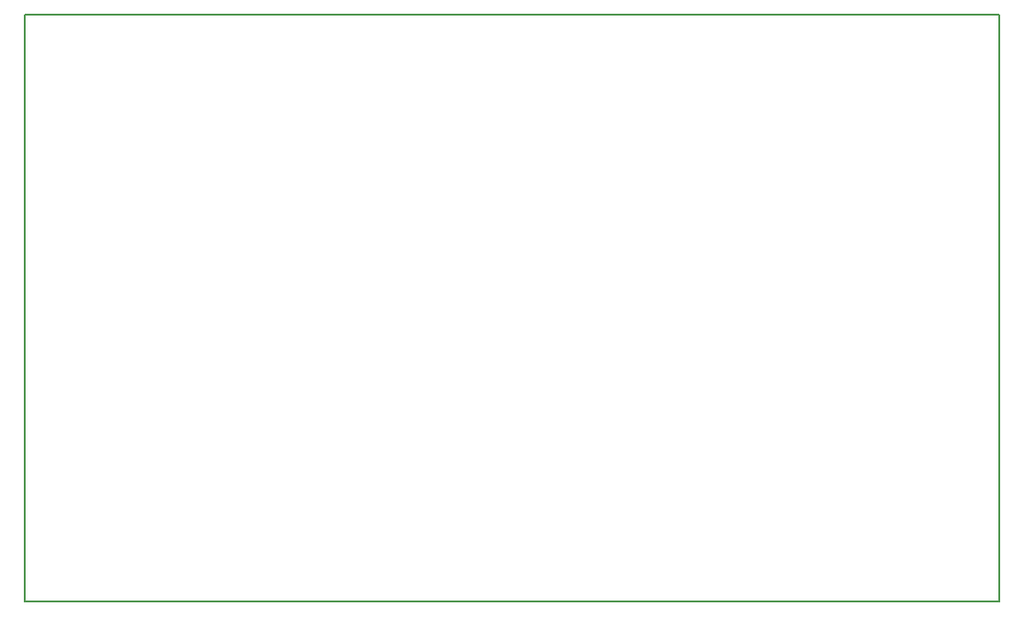
<source format=gbr>
G04 #@! TF.FileFunction,Profile,NP*
%FSLAX46Y46*%
G04 Gerber Fmt 4.6, Leading zero omitted, Abs format (unit mm)*
G04 Created by KiCad (PCBNEW 4.0.6) date 06/21/17 15:37:43*
%MOMM*%
%LPD*%
G01*
G04 APERTURE LIST*
%ADD10C,0.100000*%
%ADD11C,0.150000*%
G04 APERTURE END LIST*
D10*
D11*
X20000000Y-74250000D02*
X109920000Y-74250000D01*
X109920000Y-20000000D02*
X109920000Y-74250000D01*
X20000000Y-20000000D02*
X20000000Y-74250000D01*
X20000000Y-20000000D02*
X109920000Y-20000000D01*
M02*

</source>
